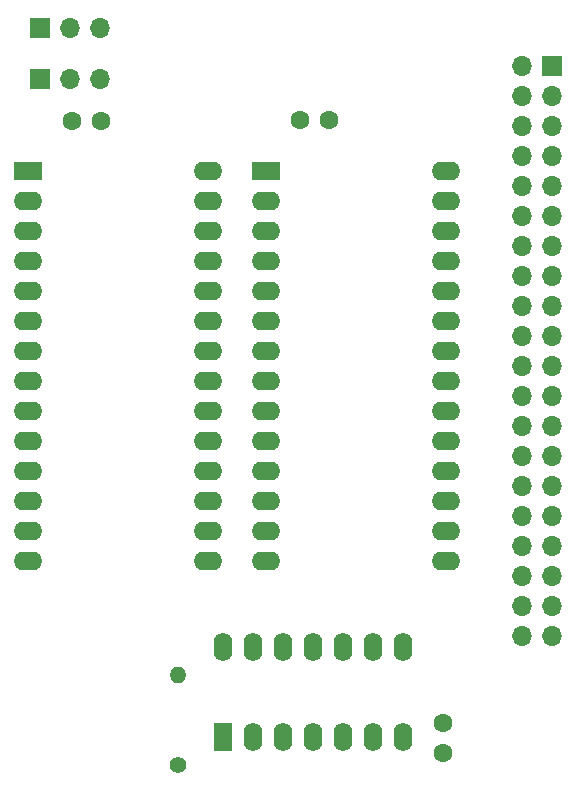
<source format=gts>
G04 #@! TF.GenerationSoftware,KiCad,Pcbnew,8.0.4*
G04 #@! TF.CreationDate,2024-09-07T18:17:05-04:00*
G04 #@! TF.ProjectId,LB-MEM-02,4c422d4d-454d-42d3-9032-2e6b69636164,3*
G04 #@! TF.SameCoordinates,Original*
G04 #@! TF.FileFunction,Soldermask,Top*
G04 #@! TF.FilePolarity,Negative*
%FSLAX46Y46*%
G04 Gerber Fmt 4.6, Leading zero omitted, Abs format (unit mm)*
G04 Created by KiCad (PCBNEW 8.0.4) date 2024-09-07 18:17:05*
%MOMM*%
%LPD*%
G01*
G04 APERTURE LIST*
%ADD10R,2.400000X1.600000*%
%ADD11O,2.400000X1.600000*%
%ADD12R,1.700000X1.700000*%
%ADD13O,1.700000X1.700000*%
%ADD14R,1.600000X2.400000*%
%ADD15O,1.600000X2.400000*%
%ADD16C,1.600000*%
%ADD17C,1.400000*%
%ADD18O,1.400000X1.400000*%
G04 APERTURE END LIST*
D10*
X155702000Y-63500000D03*
D11*
X155702000Y-66040000D03*
X155702000Y-68580000D03*
X155702000Y-71120000D03*
X155702000Y-73660000D03*
X155702000Y-76200000D03*
X155702000Y-78740000D03*
X155702000Y-81280000D03*
X155702000Y-83820000D03*
X155702000Y-86360000D03*
X155702000Y-88900000D03*
X155702000Y-91440000D03*
X155702000Y-93980000D03*
X155702000Y-96520000D03*
X170942000Y-96520000D03*
X170942000Y-93980000D03*
X170942000Y-91440000D03*
X170942000Y-88900000D03*
X170942000Y-86360000D03*
X170942000Y-83820000D03*
X170942000Y-81280000D03*
X170942000Y-78740000D03*
X170942000Y-76200000D03*
X170942000Y-73660000D03*
X170942000Y-71120000D03*
X170942000Y-68580000D03*
X170942000Y-66040000D03*
X170942000Y-63500000D03*
D12*
X179890000Y-54615000D03*
D13*
X177350000Y-54615000D03*
X179890000Y-57155000D03*
X177350000Y-57155000D03*
X179890000Y-59695000D03*
X177350000Y-59695000D03*
X179890000Y-62235000D03*
X177350000Y-62235000D03*
X179890000Y-64775000D03*
X177350000Y-64775000D03*
X179890000Y-67315000D03*
X177350000Y-67315000D03*
X179890000Y-69855000D03*
X177350000Y-69855000D03*
X179890000Y-72395000D03*
X177350000Y-72395000D03*
X179890000Y-74935000D03*
X177350000Y-74935000D03*
X179890000Y-77475000D03*
X177350000Y-77475000D03*
X179890000Y-80015000D03*
X177350000Y-80015000D03*
X179890000Y-82555000D03*
X177350000Y-82555000D03*
X179890000Y-85095000D03*
X177350000Y-85095000D03*
X179890000Y-87635000D03*
X177350000Y-87635000D03*
X179890000Y-90175000D03*
X177350000Y-90175000D03*
X179890000Y-92715000D03*
X177350000Y-92715000D03*
X179890000Y-95255000D03*
X177350000Y-95255000D03*
X179890000Y-97795000D03*
X177350000Y-97795000D03*
X179890000Y-100335000D03*
X177350000Y-100335000D03*
X179890000Y-102875000D03*
X177350000Y-102875000D03*
D14*
X152014000Y-111394000D03*
D15*
X154554000Y-111394000D03*
X157094000Y-111394000D03*
X159634000Y-111394000D03*
X162174000Y-111394000D03*
X164714000Y-111394000D03*
X167254000Y-111394000D03*
X167254000Y-103774000D03*
X164714000Y-103774000D03*
X162174000Y-103774000D03*
X159634000Y-103774000D03*
X157094000Y-103774000D03*
X154554000Y-103774000D03*
X152014000Y-103774000D03*
D10*
X135506993Y-63500000D03*
D11*
X135506993Y-66040000D03*
X135506993Y-68580000D03*
X135506993Y-71120000D03*
X135506993Y-73660000D03*
X135506993Y-76200000D03*
X135506993Y-78740000D03*
X135506993Y-81280000D03*
X135506993Y-83820000D03*
X135506993Y-86360000D03*
X135506993Y-88900000D03*
X135506993Y-91440000D03*
X135506993Y-93980000D03*
X135506993Y-96520000D03*
X150746993Y-96520000D03*
X150746993Y-93980000D03*
X150746993Y-91440000D03*
X150746993Y-88900000D03*
X150746993Y-86360000D03*
X150746993Y-83820000D03*
X150746993Y-81280000D03*
X150746993Y-78740000D03*
X150746993Y-76200000D03*
X150746993Y-73660000D03*
X150746993Y-71120000D03*
X150746993Y-68580000D03*
X150746993Y-66040000D03*
X150746993Y-63500000D03*
D16*
X170688000Y-112756010D03*
X170688000Y-110256010D03*
X141712010Y-59309000D03*
X139212010Y-59309000D03*
D12*
X136540011Y-55753000D03*
D13*
X139080011Y-55753000D03*
X141620011Y-55753000D03*
D12*
X136540000Y-51435000D03*
D13*
X139080000Y-51435000D03*
X141620000Y-51435000D03*
D17*
X148209000Y-113792000D03*
D18*
X148209000Y-106172000D03*
D16*
X161016010Y-59182000D03*
X158516010Y-59182000D03*
M02*

</source>
